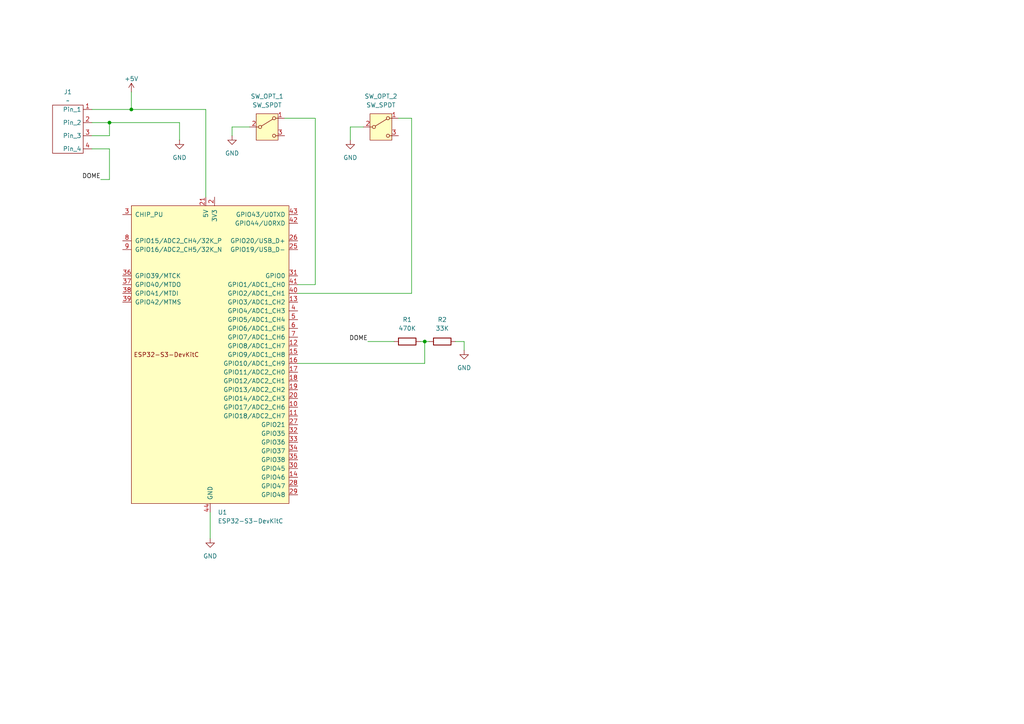
<source format=kicad_sch>
(kicad_sch (version 20231120) (generator "eeschema") (generator_version "8.0")
  (paper "A4")
  (lib_symbols
    (symbol "David_Library:YK441"
      (property "Reference" "J" (at -6.858 3.556 0))
      (symbol "YK441_0_1"
        (rectangle (start -11.43 1.27) (end -2.54 -12.7))
      )
      (symbol "YK441_1_1"
        (pin input line (at 0 0 180) (length 2.54) (name "Pin_1") (number "1"))
        (pin input line (at 0 -3.81 180) (length 2.54) (name "Pin_2") (number "2"))
        (pin input line (at 0 -7.62 180) (length 2.54) (name "Pin_3") (number "3"))
        (pin input line (at 0 -11.43 180) (length 2.54) (name "Pin_4") (number "4"))
      )
    )
    (symbol "Device:R" (pin_numbers hide) (pin_names (offset 0))
      (property "Reference" "R" (at 2.032 0 90))
      (property "Value" "R" (at 0 0 90))
      (symbol "R_0_1"
        (rectangle (start -1.016 -2.54) (end 1.016 2.54) (stroke (width 0.254)))
      )
      (symbol "R_1_1"
        (pin passive line (at 0 3.81 270) (length 1.27) (name "~") (number "1"))
        (pin passive line (at 0 -3.81 90) (length 1.27) (name "~") (number "2"))
      )
    )
    (symbol "PCM_Espressif:ESP32-S3-DevKitC" (pin_names (offset 1.016))
      (property "Reference" "U" (at -22.86 48.26 0))
      (property "Value" "ESP32-S3-DevKitC" (at -22.86 45.72 0))
      (symbol "ESP32-S3-DevKitC_0_0"
        (text "ESP32-S3-DevKitC" (at -12.7 0 0) (effects (font (size 1.27 1.27))))
        (pin bidirectional line (at 25.4 -35.56 180) (length 2.54) (name "GPIO46") (number "14"))
        (pin bidirectional line (at 25.4 -10.16 180) (length 2.54) (name "GPIO13/ADC2_CH2") (number "19"))
        (pin bidirectional line (at -25.4 15.24 0) (length 2.54) (name "GPIO42/MTMS") (number "39"))
        (pin bidirectional line (at 25.4 17.78 180) (length 2.54) (name "GPIO2/ADC1_CH1") (number "40"))
        (pin bidirectional line (at 25.4 20.32 180) (length 2.54) (name "GPIO1/ADC1_CH0") (number "41"))
        (pin bidirectional line (at 25.4 38.1 180) (length 2.54) (name "GPIO44/U0RXD") (number "42"))
        (pin bidirectional line (at 25.4 40.64 180) (length 2.54) (name "GPIO43/U0TXD") (number "43"))
        (pin power_in line (at 0 -45.72 90) (length 2.54) (name "GND") (number "44"))
      )
      (symbol "ESP32-S3-DevKitC_0_1"
        (rectangle (start -22.86 43.18) (end 22.86 -43.18) (fill (type background)))
        (pin power_in line (at 1.27 45.72 270) (length 2.54) (name "3V3") (number "2"))
      )
      (symbol "ESP32-S3-DevKitC_1_1"
        (pin passive line (at 1.27 45.72 270) (length 2.54) hide (name "3V3") (number "1"))
        (pin bidirectional line (at 25.4 -15.24 180) (length 2.54) (name "GPIO17/ADC2_CH6") (number "10"))
        (pin bidirectional line (at 25.4 -17.78 180) (length 2.54) (name "GPIO18/ADC2_CH7") (number "11"))
        (pin bidirectional line (at 25.4 2.54 180) (length 2.54) (name "GPIO8/ADC1_CH7") (number "12"))
        (pin bidirectional line (at 25.4 15.24 180) (length 2.54) (name "GPIO3/ADC1_CH2") (number "13"))
        (pin bidirectional line (at 25.4 0 180) (length 2.54) (name "GPIO9/ADC1_CH8") (number "15"))
        (pin bidirectional line (at 25.4 -2.54 180) (length 2.54) (name "GPIO10/ADC1_CH9") (number "16"))
        (pin bidirectional line (at 25.4 -5.08 180) (length 2.54) (name "GPIO11/ADC2_CH0") (number "17"))
        (pin bidirectional line (at 25.4 -7.62 180) (length 2.54) (name "GPIO12/ADC2_CH1") (number "18"))
        (pin bidirectional line (at 25.4 -12.7 180) (length 2.54) (name "GPIO14/ADC2_CH3") (number "20"))
        (pin power_in line (at -1.27 45.72 270) (length 2.54) (name "5V") (number "21"))
        (pin passive line (at 0 -45.72 90) (length 2.54) hide (name "GND") (number "22"))
        (pin passive line (at 0 -45.72 90) (length 2.54) hide (name "GND") (number "23"))
        (pin passive line (at 0 -45.72 90) (length 2.54) hide (name "GND") (number "24"))
        (pin bidirectional line (at 25.4 30.48 180) (length 2.54) (name "GPIO19/USB_D-") (number "25"))
        (pin bidirectional line (at 25.4 33.02 180) (length 2.54) (name "GPIO20/USB_D+") (number "26"))
        (pin bidirectional line (at 25.4 -20.32 180) (length 2.54) (name "GPIO21") (number "27"))
        (pin bidirectional line (at 25.4 -38.1 180) (length 2.54) (name "GPIO47") (number "28"))
        (pin bidirectional line (at 25.4 -40.64 180) (length 2.54) (name "GPIO48") (number "29"))
        (pin input line (at -25.4 40.64 0) (length 2.54) (name "CHIP_PU") (number "3"))
        (pin bidirectional line (at 25.4 -33.02 180) (length 2.54) (name "GPIO45") (number "30"))
        (pin bidirectional line (at 25.4 22.86 180) (length 2.54) (name "GPIO0") (number "31"))
        (pin bidirectional line (at 25.4 -22.86 180) (length 2.54) (name "GPIO35") (number "32"))
        (pin bidirectional line (at 25.4 -25.4 180) (length 2.54) (name "GPIO36") (number "33"))
        (pin bidirectional line (at 25.4 -27.94 180) (length 2.54) (name "GPIO37") (number "34"))
        (pin bidirectional line (at 25.4 -30.48 180) (length 2.54) (name "GPIO38") (number "35"))
        (pin bidirectional line (at -25.4 22.86 0) (length 2.54) (name "GPIO39/MTCK") (number "36"))
        (pin bidirectional line (at -25.4 20.32 0) (length 2.54) (name "GPIO40/MTDO") (number "37"))
        (pin bidirectional line (at -25.4 17.78 0) (length 2.54) (name "GPIO41/MTDI") (number "38"))
        (pin bidirectional line (at 25.4 12.7 180) (length 2.54) (name "GPIO4/ADC1_CH3") (number "4"))
        (pin bidirectional line (at 25.4 10.16 180) (length 2.54) (name "GPIO5/ADC1_CH4") (number "5"))
        (pin bidirectional line (at 25.4 7.62 180) (length 2.54) (name "GPIO6/ADC1_CH5") (number "6"))
        (pin bidirectional line (at 25.4 5.08 180) (length 2.54) (name "GPIO7/ADC1_CH6") (number "7"))
        (pin bidirectional line (at -25.4 33.02 0) (length 2.54) (name "GPIO15/ADC2_CH4/32K_P") (number "8"))
        (pin bidirectional line (at -25.4 30.48 0) (length 2.54) (name "GPIO16/ADC2_CH5/32K_N") (number "9"))
      )
    )
    (symbol "Switch:SW_SPDT" (pin_names (offset 0) hide)
      (property "Reference" "SW" (at 0 5.08 0))
      (property "Value" "SW_SPDT" (at 0 -5.08 0))
      (symbol "SW_SPDT_0_1"
        (circle (center -2.032 0) (radius 0.4572))
        (polyline (pts (xy -1.651 0.254) (xy 1.651 2.286)))
        (circle (center 2.032 -2.54) (radius 0.4572))
        (circle (center 2.032 2.54) (radius 0.4572))
      )
      (symbol "SW_SPDT_1_1"
        (rectangle (start -3.175 3.81) (end 3.175 -3.81) (fill (type background)))
        (pin passive line (at 5.08 2.54 180) (length 2.54) (name "A") (number "1"))
        (pin passive line (at -5.08 0 0) (length 2.54) (name "B") (number "2"))
        (pin passive line (at 5.08 -2.54 180) (length 2.54) (name "C") (number "3"))
      )
    )
    (symbol "power:+5V" (power) (pin_numbers hide) (pin_names (offset 0) hide)
      (property "Value" "+5V" (at 0 3.556 0))
      (symbol "+5V_0_1"
        (polyline (pts (xy -0.762 1.27) (xy 0 2.54)))
        (polyline (pts (xy 0 0) (xy 0 2.54)))
        (polyline (pts (xy 0 2.54) (xy 0.762 1.27)))
      )
      (symbol "+5V_1_1"
        (pin power_in line (at 0 0 90) (length 0) (name "~") (number "1"))
      )
    )
    (symbol "power:GND" (power) (pin_numbers hide) (pin_names (offset 0) hide)
      (property "Value" "GND" (at 0 -3.81 0))
      (symbol "GND_0_1"
        (polyline (pts (xy 0 0) (xy 0 -1.27) (xy 1.27 -1.27) (xy 0 -2.54) (xy -1.27 -1.27) (xy 0 -1.27)))
      )
      (symbol "GND_1_1"
        (pin power_in line (at 0 0 270) (length 0) (name "~") (number "1"))
      )
    )
  )
  (junction (at 38.1 31.75))
  (junction (at 123.19 99.06))
  (junction (at 31.75 35.56))
  (wire (pts (xy 101.6 36.83) (xy 101.6 40.64)))
  (wire (pts (xy 105.41 36.83) (xy 101.6 36.83)))
  (wire (pts (xy 86.36 105.41) (xy 123.19 105.41)))
  (wire (pts (xy 38.1 31.75) (xy 59.69 31.75)))
  (wire (pts (xy 134.62 99.06) (xy 134.62 101.6)))
  (wire (pts (xy 119.38 34.29) (xy 119.38 85.09)))
  (wire (pts (xy 31.75 52.07) (xy 29.21 52.07)))
  (wire (pts (xy 82.55 34.29) (xy 91.44 34.29)))
  (wire (pts (xy 26.67 39.37) (xy 31.75 39.37)))
  (wire (pts (xy 67.31 36.83) (xy 72.39 36.83)))
  (wire (pts (xy 31.75 39.37) (xy 31.75 35.56)))
  (wire (pts (xy 91.44 34.29) (xy 91.44 82.55)))
  (wire (pts (xy 132.08 99.06) (xy 134.62 99.06)))
  (wire (pts (xy 119.38 85.09) (xy 86.36 85.09)))
  (wire (pts (xy 106.68 99.06) (xy 114.3 99.06)))
  (wire (pts (xy 119.38 34.29) (xy 115.57 34.29)))
  (wire (pts (xy 59.69 31.75) (xy 59.69 57.15)))
  (wire (pts (xy 91.44 82.55) (xy 86.36 82.55)))
  (wire (pts (xy 123.19 99.06) (xy 124.46 99.06)))
  (wire (pts (xy 60.96 148.59) (xy 60.96 156.21)))
  (wire (pts (xy 38.1 26.67) (xy 38.1 31.75)))
  (wire (pts (xy 67.31 39.37) (xy 67.31 36.83)))
  (wire (pts (xy 26.67 35.56) (xy 31.75 35.56)))
  (wire (pts (xy 52.07 35.56) (xy 52.07 40.64)))
  (wire (pts (xy 123.19 99.06) (xy 123.19 105.41)))
  (wire (pts (xy 26.67 31.75) (xy 38.1 31.75)))
  (wire (pts (xy 31.75 43.18) (xy 31.75 52.07)))
  (wire (pts (xy 31.75 35.56) (xy 52.07 35.56)))
  (wire (pts (xy 26.67 43.18) (xy 31.75 43.18)))
  (wire (pts (xy 121.92 99.06) (xy 123.19 99.06)))
  (label "DOME" (at 29.21 52.07 180))
  (label "DOME" (at 106.68 99.06 180))
  (symbol (lib_id "power:GND") (at 60.96 156.21 0) (unit 1)
    (property "Reference" "#PWR02" (effects (hide yes)))
    (property "Value" "GND" (at 60.96 161.29 0))
    (property "Description" "Power symbol creates a global label with name \"GND\" , ground" (effects (hide yes)))
  )
  (symbol (lib_id "power:GND") (at 101.6 40.64 0) (unit 1)
    (property "Reference" "#PWR06" (effects (hide yes)))
    (property "Value" "GND" (at 101.6 45.72 0))
    (property "Description" "Power symbol creates a global label with name \"GND\" , ground" (effects (hide yes)))
  )
  (symbol (lib_id "David_Library:YK441") (at 26.67 31.75 0) (unit 1)
    (property "Reference" "J1" (at 19.685 26.67 0))
    (property "Value" "~" (at 19.685 29.21 0))
  )
  (symbol (lib_id "power:GND") (at 134.62 101.6 0) (unit 1)
    (property "Reference" "#PWR01" (effects (hide yes)))
    (property "Value" "GND" (at 134.62 106.68 0))
    (property "Description" "Power symbol creates a global label with name \"GND\" , ground" (effects (hide yes)))
  )
  (symbol (lib_id "PCM_Espressif:ESP32-S3-DevKitC") (at 60.96 102.87 0) (unit 1)
    (property "Reference" "U1" (at 63.1541 148.59 0) (effects (justify left)))
    (property "Value" "ESP32-S3-DevKitC" (at 63.1541 151.13 0) (effects (justify left)))
    (property "Footprint" "PCM_Espressif:ESP32-S3-DevKitC" (effects (hide yes)))
    (property "Description" "ESP32-S3-DevKitC" (effects (hide yes)))
  )
  (symbol (lib_id "Device:R") (at 128.27 99.06 90) (unit 1)
    (property "Reference" "R2" (at 128.27 92.71 90))
    (property "Value" "33K" (at 128.27 95.25 90))
    (property "Footprint" "Resistor_SMD:R_1206_3216Metric_Pad1.30x1.75mm_HandSolder" (effects (hide yes)))
    (property "Description" "Resistor" (effects (hide yes)))
  )
  (symbol (lib_id "Device:R") (at 118.11 99.06 90) (unit 1)
    (property "Reference" "R1" (at 118.11 92.71 90))
    (property "Value" "470K" (at 118.11 95.25 90))
    (property "Footprint" "Resistor_SMD:R_1206_3216Metric_Pad1.30x1.75mm_HandSolder" (effects (hide yes)))
    (property "Description" "Resistor" (effects (hide yes)))
  )
  (symbol (lib_id "Switch:SW_SPDT") (at 110.49 36.83 0) (unit 1)
    (property "Reference" "SW_OPT_2" (at 110.49 27.94 0))
    (property "Value" "SW_SPDT" (at 110.49 30.48 0))
    (property "Footprint" "Button_Switch_THT:SW_CuK_OS102011MA1QN1_SPDT_Angled" (effects (hide yes)))
    (property "Description" "Switch, single pole double throw" (effects (hide yes)))
  )
  (symbol (lib_id "power:GND") (at 52.07 40.64 0) (unit 1)
    (property "Reference" "#PWR03" (effects (hide yes)))
    (property "Value" "GND" (at 52.07 45.72 0))
    (property "Description" "Power symbol creates a global label with name \"GND\" , ground" (effects (hide yes)))
  )
  (symbol (lib_id "power:GND") (at 67.31 39.37 0) (unit 1)
    (property "Reference" "#PWR05" (effects (hide yes)))
    (property "Value" "GND" (at 67.31 44.45 0))
    (property "Description" "Power symbol creates a global label with name \"GND\" , ground" (effects (hide yes)))
  )
  (symbol (lib_id "Switch:SW_SPDT") (at 77.47 36.83 0) (unit 1)
    (property "Reference" "SW_OPT_1" (at 77.47 27.94 0))
    (property "Value" "SW_SPDT" (at 77.47 30.48 0))
    (property "Footprint" "Button_Switch_THT:SW_CuK_OS102011MA1QN1_SPDT_Angled" (effects (hide yes)))
    (property "Description" "Switch, single pole double throw" (effects (hide yes)))
  )
  (symbol (lib_id "power:+5V") (at 38.1 26.67 0) (unit 1)
    (property "Reference" "#PWR04" (effects (hide yes)))
    (property "Value" "+5V" (at 38.1 22.86 0))
    (property "Description" "Power symbol creates a global label with name \"+5V\"" (effects (hide yes)))
  )
)
</source>
